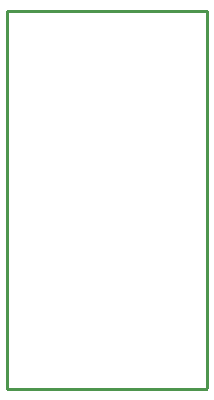
<source format=gm1>
G04*
G04 #@! TF.GenerationSoftware,Altium Limited,Altium Designer,21.3.2 (30)*
G04*
G04 Layer_Color=16711935*
%FSTAX24Y24*%
%MOIN*%
G70*
G04*
G04 #@! TF.SameCoordinates,B2E6FB57-DAF8-471C-B04C-D09EA4292E56*
G04*
G04*
G04 #@! TF.FilePolarity,Positive*
G04*
G01*
G75*
%ADD12C,0.0100*%
D12*
X024297Y000124D02*
X02432Y000147D01*
Y012714D01*
X017635Y000124D02*
X024297D01*
X017635Y012714D02*
X02432D01*
X017635Y000124D02*
Y012714D01*
M02*

</source>
